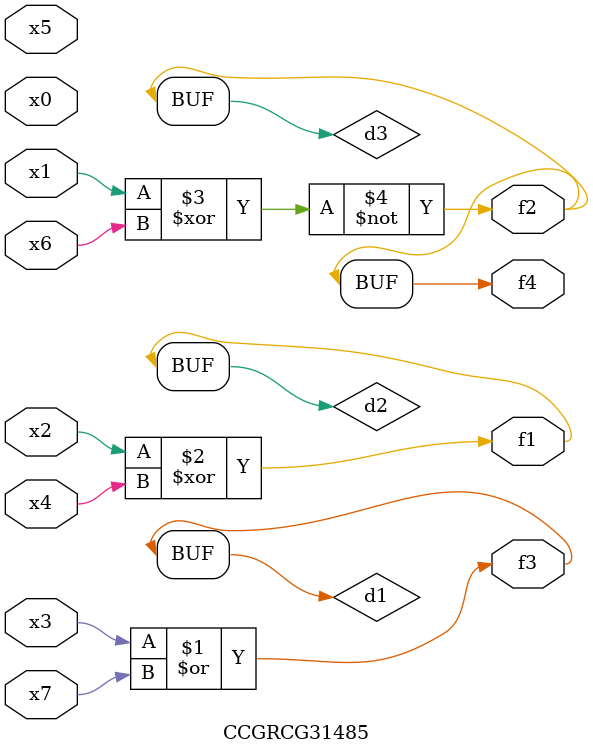
<source format=v>
module CCGRCG31485(
	input x0, x1, x2, x3, x4, x5, x6, x7,
	output f1, f2, f3, f4
);

	wire d1, d2, d3;

	or (d1, x3, x7);
	xor (d2, x2, x4);
	xnor (d3, x1, x6);
	assign f1 = d2;
	assign f2 = d3;
	assign f3 = d1;
	assign f4 = d3;
endmodule

</source>
